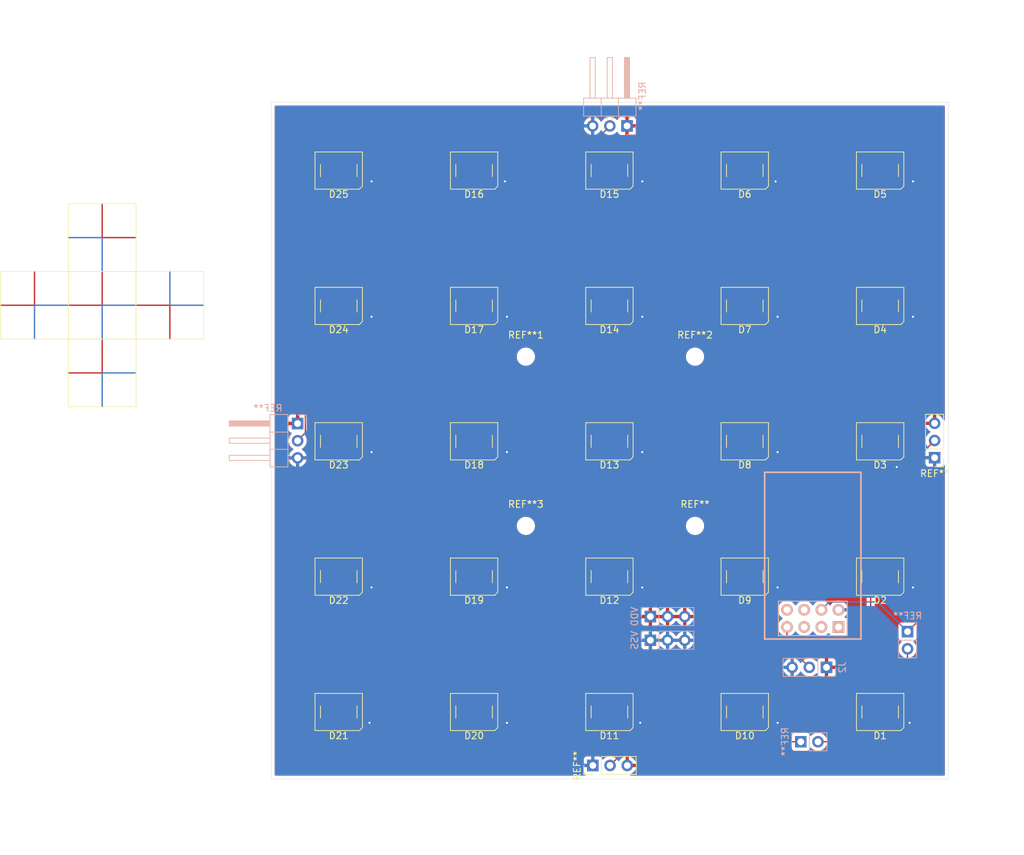
<source format=kicad_pcb>
(kicad_pcb (version 20241229) (generator "pcbnew") (generator_version "9.0")
  (layers (0 "F.Cu" signal) (2 "B.Cu" signal) (13 "F.Paste" user) (15 "B.Paste" user) (5 "F.SilkS" user "F.Silkscreen") (7 "B.SilkS" user "B.Silkscreen") (1 "F.Mask" user) (3 "B.Mask" user) (25 "Edge.Cuts" user))
  (net 0 "")
  (net 1 "Net-(D1-VDD)")
  (net 2 "Net-(D1-DIN)")
  (net 3 "Net-(D1-VSS)")
  (net 4 "Net-(D10-DIN)")
  (net 5 "Net-(D1-DOUT)")
  (net 6 "Net-(D2-DOUT)")
  (net 7 "Net-(D3-DOUT)")
  (net 8 "Net-(D4-DOUT)")
  (net 9 "Net-(D5-DOUT)")
  (net 10 "Net-(D6-DOUT)")
  (net 11 "Net-(D7-DOUT)")
  (net 12 "Net-(D8-DOUT)")
  (net 13 "Net-(D10-DOUT)")
  (net 14 "Net-(D11-DOUT)")
  (net 15 "Net-(D12-DOUT)")
  (net 16 "Net-(D13-DOUT)")
  (net 17 "Net-(D14-DOUT)")
  (net 18 "Net-(D15-DOUT)")
  (net 19 "Net-(D16-DOUT)")
  (net 20 "Net-(D17-DOUT)")
  (net 21 "Net-(D18-DOUT)")
  (net 22 "Net-(D19-DOUT)")
  (net 23 "Net-(D20-DOUT)")
  (net 24 "Net-(D21-DOUT)")
  (net 25 "Net-(D22-DOUT)")
  (net 26 "Net-(D23-DOUT)")
  (net 27 "Net-(D24-DOUT)")
  (net 28 "unconnected-(D25-DOUT-Pad4)")
  (net 34 "Net-(J2-Pin_2)")
  (footprint "LED_SMD:LED_SK6812_PLCC4_5.0x5.0mm_P3.2mm" (layer "F.Cu") (at 219.95 120.1 180)
    (property "Reference" "D9" (at 0 -3.5 0) (layer "F.SilkS"))
    (property "Value" "SK6812")
    (pad "1" smd rect (at -2.45 -1.6) (size 1.5 1) (layers "F.Cu" "F.Mask" "F.Paste") (net 3 "Net-(D1-VSS)"))
    (pad "2" smd rect (at -2.45 1.6) (size 1.5 1) (layers "F.Cu" "F.Mask" "F.Paste") (net 12 "Net-(D8-DOUT)"))
    (pad "3" smd rect (at 2.45 1.6) (size 1.5 1) (layers "F.Cu" "F.Mask" "F.Paste") (net 1 "Net-(D1-VDD)"))
    (pad "4" smd rect (at 2.45 -1.6) (size 1.5 1) (layers "F.Cu" "F.Mask" "F.Paste") (net 4 "Net-(D10-DIN)"))
  )
  (footprint "LED_SMD:LED_SK6812_PLCC4_5.0x5.0mm_P3.2mm" (layer "F.Cu") (at 239.95 60.1 180)
    (property "Reference" "D5" (at 0 -3.5 0) (layer "F.SilkS"))
    (property "Value" "SK6812")
    (pad "1" smd rect (at -2.45 -1.6) (size 1.5 1) (layers "F.Cu" "F.Mask" "F.Paste") (net 3 "Net-(D1-VSS)"))
    (pad "2" smd rect (at -2.45 1.6) (size 1.5 1) (layers "F.Cu" "F.Mask" "F.Paste") (net 8 "Net-(D4-DOUT)"))
    (pad "3" smd rect (at 2.45 1.6) (size 1.5 1) (layers "F.Cu" "F.Mask" "F.Paste") (net 1 "Net-(D1-VDD)"))
    (pad "4" smd rect (at 2.45 -1.6) (size 1.5 1) (layers "F.Cu" "F.Mask" "F.Paste") (net 9 "Net-(D5-DOUT)"))
  )
  (footprint "LED_SMD:LED_SK6812_PLCC4_5.0x5.0mm_P3.2mm" (layer "F.Cu") (at 199.95 100.1 180)
    (property "Reference" "D13" (at 0 -3.5 0) (layer "F.SilkS"))
    (property "Value" "SK6812")
    (pad "1" smd rect (at -2.45 -1.6) (size 1.5 1) (layers "F.Cu" "F.Mask" "F.Paste") (net 3 "Net-(D1-VSS)"))
    (pad "2" smd rect (at -2.45 1.6) (size 1.5 1) (layers "F.Cu" "F.Mask" "F.Paste") (net 15 "Net-(D12-DOUT)"))
    (pad "3" smd rect (at 2.45 1.6) (size 1.5 1) (layers "F.Cu" "F.Mask" "F.Paste") (net 1 "Net-(D1-VDD)"))
    (pad "4" smd rect (at 2.45 -1.6) (size 1.5 1) (layers "F.Cu" "F.Mask" "F.Paste") (net 16 "Net-(D13-DOUT)"))
  )
  (footprint "MountingHole:MountingHole_2.2mm_M2" (layer "F.Cu") (at 187.6 112.6)
    (property "Reference" "REF**3" (at 0 -3.2 0) (layer "F.SilkS"))
    (property "Value" "MountingHole_2.2mm_M2")
    (pad "" np_thru_hole circle (at 0 0) (size 2.2 2.2) (drill 2.2) (layers "*.Cu" "*.Mask"))
  )
  (footprint "Connector_PinHeader_2.54mm:PinHeader_1x03_P2.54mm_Vertical" (layer "F.Cu") (at 248 102.525 180)
    (property "Reference" "REF**" (at 0 -2.33 0) (layer "F.SilkS"))
    (property "Value" "PinHeader_1x03_P2.54mm_Vertical")
    (pad "1" thru_hole rect (at 0 0 180) (size 1.7 1.7) (drill 1) (layers "*.Cu" "*.Mask") (net 3 "Net-(D1-VSS)"))
    (pad "2" thru_hole oval (at 0 2.54 180) (size 1.7 1.7) (drill 1) (layers "*.Cu" "*.Mask") (net 2 "Net-(D1-DIN)"))
    (pad "3" thru_hole oval (at 0 5.08 180) (size 1.7 1.7) (drill 1) (layers "*.Cu" "*.Mask") (net 1 "Net-(D1-VDD)"))
  )
  (footprint "LED_SMD:LED_SK6812_PLCC4_5.0x5.0mm_P3.2mm" (layer "F.Cu") (at 179.95 120.1 180)
    (property "Reference" "D19" (at 0 -3.5 0) (layer "F.SilkS"))
    (property "Value" "SK6812")
    (pad "1" smd rect (at -2.45 -1.6) (size 1.5 1) (layers "F.Cu" "F.Mask" "F.Paste") (net 3 "Net-(D1-VSS)"))
    (pad "2" smd rect (at -2.45 1.6) (size 1.5 1) (layers "F.Cu" "F.Mask" "F.Paste") (net 21 "Net-(D18-DOUT)"))
    (pad "3" smd rect (at 2.45 1.6) (size 1.5 1) (layers "F.Cu" "F.Mask" "F.Paste") (net 1 "Net-(D1-VDD)"))
    (pad "4" smd rect (at 2.45 -1.6) (size 1.5 1) (layers "F.Cu" "F.Mask" "F.Paste") (net 22 "Net-(D19-DOUT)"))
  )
  (footprint "LED_SMD:LED_SK6812_PLCC4_5.0x5.0mm_P3.2mm" (layer "F.Cu") (at 179.95 60.1 180)
    (property "Reference" "D16" (at 0 -3.5 0) (layer "F.SilkS"))
    (property "Value" "SK6812")
    (pad "1" smd rect (at -2.45 -1.6) (size 1.5 1) (layers "F.Cu" "F.Mask" "F.Paste") (net 3 "Net-(D1-VSS)"))
    (pad "2" smd rect (at -2.45 1.6) (size 1.5 1) (layers "F.Cu" "F.Mask" "F.Paste") (net 18 "Net-(D15-DOUT)"))
    (pad "3" smd rect (at 2.45 1.6) (size 1.5 1) (layers "F.Cu" "F.Mask" "F.Paste") (net 1 "Net-(D1-VDD)"))
    (pad "4" smd rect (at 2.45 -1.6) (size 1.5 1) (layers "F.Cu" "F.Mask" "F.Paste") (net 19 "Net-(D16-DOUT)"))
  )
  (footprint "LED_SMD:LED_SK6812_PLCC4_5.0x5.0mm_P3.2mm" (layer "F.Cu") (at 199.95 120.1 180)
    (property "Reference" "D12" (at 0 -3.5 0) (layer "F.SilkS"))
    (property "Value" "SK6812")
    (pad "1" smd rect (at -2.45 -1.6) (size 1.5 1) (layers "F.Cu" "F.Mask" "F.Paste") (net 3 "Net-(D1-VSS)"))
    (pad "2" smd rect (at -2.45 1.6) (size 1.5 1) (layers "F.Cu" "F.Mask" "F.Paste") (net 14 "Net-(D11-DOUT)"))
    (pad "3" smd rect (at 2.45 1.6) (size 1.5 1) (layers "F.Cu" "F.Mask" "F.Paste") (net 1 "Net-(D1-VDD)"))
    (pad "4" smd rect (at 2.45 -1.6) (size 1.5 1) (layers "F.Cu" "F.Mask" "F.Paste") (net 15 "Net-(D12-DOUT)"))
  )
  (footprint "MountingHole:MountingHole_2.2mm_M2" (layer "F.Cu") (at 212.6 87.6)
    (property "Reference" "REF**2" (at 0 -3.2 0) (layer "F.SilkS"))
    (property "Value" "MountingHole_2.2mm_M2")
    (pad "" np_thru_hole circle (at 0 0) (size 2.2 2.2) (drill 2.2) (layers "*.Cu" "*.Mask"))
  )
  (footprint "LED_SMD:LED_SK6812_PLCC4_5.0x5.0mm_P3.2mm" (layer "F.Cu") (at 239.95 120.1 180)
    (property "Reference" "D2" (at 0 -3.5 0) (layer "F.SilkS"))
    (property "Value" "SK6812")
    (pad "1" smd rect (at -2.45 -1.6) (size 1.5 1) (layers "F.Cu" "F.Mask" "F.Paste") (net 3 "Net-(D1-VSS)"))
    (pad "2" smd rect (at -2.45 1.6) (size 1.5 1) (layers "F.Cu" "F.Mask" "F.Paste") (net 5 "Net-(D1-DOUT)"))
    (pad "3" smd rect (at 2.45 1.6) (size 1.5 1) (layers "F.Cu" "F.Mask" "F.Paste") (net 1 "Net-(D1-VDD)"))
    (pad "4" smd rect (at 2.45 -1.6) (size 1.5 1) (layers "F.Cu" "F.Mask" "F.Paste") (net 6 "Net-(D2-DOUT)"))
  )
  (footprint "LED_SMD:LED_SK6812_PLCC4_5.0x5.0mm_P3.2mm" (layer "F.Cu") (at 219.95 100.1 180)
    (property "Reference" "D8" (at 0 -3.5 0) (layer "F.SilkS"))
    (property "Value" "SK6812")
    (pad "1" smd rect (at -2.45 -1.6) (size 1.5 1) (layers "F.Cu" "F.Mask" "F.Paste") (net 3 "Net-(D1-VSS)"))
    (pad "2" smd rect (at -2.45 1.6) (size 1.5 1) (layers "F.Cu" "F.Mask" "F.Paste") (net 11 "Net-(D7-DOUT)"))
    (pad "3" smd rect (at 2.45 1.6) (size 1.5 1) (layers "F.Cu" "F.Mask" "F.Paste") (net 1 "Net-(D1-VDD)"))
    (pad "4" smd rect (at 2.45 -1.6) (size 1.5 1) (layers "F.Cu" "F.Mask" "F.Paste") (net 12 "Net-(D8-DOUT)"))
  )
  (footprint "MountingHole:MountingHole_2.2mm_M2" (layer "F.Cu") (at 212.6 112.6)
    (property "Reference" "REF**" (at 0 -3.2 0) (layer "F.SilkS"))
    (property "Value" "MountingHole_2.2mm_M2")
    (pad "" np_thru_hole circle (at 0 0) (size 2.2 2.2) (drill 2.2) (layers "*.Cu" "*.Mask"))
  )
  (footprint "LED_SMD:LED_SK6812_PLCC4_5.0x5.0mm_P3.2mm" (layer "F.Cu") (at 199.95 140.1 180)
    (property "Reference" "D11" (at 0 -3.5 0) (layer "F.SilkS"))
    (property "Value" "SK6812")
    (pad "1" smd rect (at -2.45 -1.6) (size 1.5 1) (layers "F.Cu" "F.Mask" "F.Paste") (net 3 "Net-(D1-VSS)"))
    (pad "2" smd rect (at -2.45 1.6) (size 1.5 1) (layers "F.Cu" "F.Mask" "F.Paste") (net 13 "Net-(D10-DOUT)"))
    (pad "3" smd rect (at 2.45 1.6) (size 1.5 1) (layers "F.Cu" "F.Mask" "F.Paste") (net 1 "Net-(D1-VDD)"))
    (pad "4" smd rect (at 2.45 -1.6) (size 1.5 1) (layers "F.Cu" "F.Mask" "F.Paste") (net 14 "Net-(D11-DOUT)"))
  )
  (footprint "LED_SMD:LED_SK6812_PLCC4_5.0x5.0mm_P3.2mm" (layer "F.Cu") (at 159.95 60.1 180)
    (property "Reference" "D25" (at 0 -3.5 0) (layer "F.SilkS"))
    (property "Value" "SK6812")
    (pad "1" smd rect (at -2.45 -1.6) (size 1.5 1) (layers "F.Cu" "F.Mask" "F.Paste") (net 3 "Net-(D1-VSS)"))
    (pad "2" smd rect (at -2.45 1.6) (size 1.5 1) (layers "F.Cu" "F.Mask" "F.Paste") (net 27 "Net-(D24-DOUT)"))
    (pad "3" smd rect (at 2.45 1.6) (size 1.5 1) (layers "F.Cu" "F.Mask" "F.Paste") (net 1 "Net-(D1-VDD)"))
    (pad "4" smd rect (at 2.45 -1.6) (size 1.5 1) (layers "F.Cu" "F.Mask" "F.Paste") (net 28 "unconnected-(D25-DOUT-Pad4)"))
  )
  (footprint "LED_SMD:LED_SK6812_PLCC4_5.0x5.0mm_P3.2mm" (layer "F.Cu") (at 159.95 140.1 180)
    (property "Reference" "D21" (at 0 -3.5 0) (layer "F.SilkS"))
    (property "Value" "SK6812")
    (pad "1" smd rect (at -2.45 -1.6) (size 1.5 1) (layers "F.Cu" "F.Mask" "F.Paste") (net 3 "Net-(D1-VSS)"))
    (pad "2" smd rect (at -2.45 1.6) (size 1.5 1) (layers "F.Cu" "F.Mask" "F.Paste") (net 23 "Net-(D20-DOUT)"))
    (pad "3" smd rect (at 2.45 1.6) (size 1.5 1) (layers "F.Cu" "F.Mask" "F.Paste") (net 1 "Net-(D1-VDD)"))
    (pad "4" smd rect (at 2.45 -1.6) (size 1.5 1) (layers "F.Cu" "F.Mask" "F.Paste") (net 24 "Net-(D21-DOUT)"))
  )
  (footprint "LED_SMD:LED_SK6812_PLCC4_5.0x5.0mm_P3.2mm" (layer "F.Cu") (at 219.95 140.1 180)
    (property "Reference" "D10" (at 0 -3.5 0) (layer "F.SilkS"))
    (property "Value" "SK6812")
    (pad "1" smd rect (at -2.45 -1.6) (size 1.5 1) (layers "F.Cu" "F.Mask" "F.Paste") (net 3 "Net-(D1-VSS)"))
    (pad "2" smd rect (at -2.45 1.6) (size 1.5 1) (layers "F.Cu" "F.Mask" "F.Paste") (net 4 "Net-(D10-DIN)"))
    (pad "3" smd rect (at 2.45 1.6) (size 1.5 1) (layers "F.Cu" "F.Mask" "F.Paste") (net 1 "Net-(D1-VDD)"))
    (pad "4" smd rect (at 2.45 -1.6) (size 1.5 1) (layers "F.Cu" "F.Mask" "F.Paste") (net 13 "Net-(D10-DOUT)"))
  )
  (footprint "LED_SMD:LED_SK6812_PLCC4_5.0x5.0mm_P3.2mm" (layer "F.Cu") (at 179.95 100.1 180)
    (property "Reference" "D18" (at 0 -3.5 0) (layer "F.SilkS"))
    (property "Value" "SK6812")
    (pad "1" smd rect (at -2.45 -1.6) (size 1.5 1) (layers "F.Cu" "F.Mask" "F.Paste") (net 3 "Net-(D1-VSS)"))
    (pad "2" smd rect (at -2.45 1.6) (size 1.5 1) (layers "F.Cu" "F.Mask" "F.Paste") (net 20 "Net-(D17-DOUT)"))
    (pad "3" smd rect (at 2.45 1.6) (size 1.5 1) (layers "F.Cu" "F.Mask" "F.Paste") (net 1 "Net-(D1-VDD)"))
    (pad "4" smd rect (at 2.45 -1.6) (size 1.5 1) (layers "F.Cu" "F.Mask" "F.Paste") (net 21 "Net-(D18-DOUT)"))
  )
  (footprint "LED_SMD:LED_SK6812_PLCC4_5.0x5.0mm_P3.2mm" (layer "F.Cu") (at 219.95 60.1 180)
    (property "Reference" "D6" (at 0 -3.5 0) (layer "F.SilkS"))
    (property "Value" "SK6812")
    (pad "1" smd rect (at -2.45 -1.6) (size 1.5 1) (layers "F.Cu" "F.Mask" "F.Paste") (net 3 "Net-(D1-VSS)"))
    (pad "2" smd rect (at -2.45 1.6) (size 1.5 1) (layers "F.Cu" "F.Mask" "F.Paste") (net 9 "Net-(D5-DOUT)"))
    (pad "3" smd rect (at 2.45 1.6) (size 1.5 1) (layers "F.Cu" "F.Mask" "F.Paste") (net 1 "Net-(D1-VDD)"))
    (pad "4" smd rect (at 2.45 -1.6) (size 1.5 1) (layers "F.Cu" "F.Mask" "F.Paste") (net 10 "Net-(D6-DOUT)"))
  )
  (footprint "Connector_PinHeader_2.54mm:PinHeader_1x03_P2.54mm_Vertical" (layer "F.Cu") (at 197.5 148 90)
    (property "Reference" "REF**" (at 0 -2.33 90) (layer "F.SilkS"))
    (property "Value" "PinHeader_1x03_P2.54mm_Vertical")
    (pad "1" thru_hole rect (at 0 0 90) (size 1.7 1.7) (drill 1) (layers "*.Cu" "*.Mask") (net 3 "Net-(D1-VSS)"))
    (pad "2" thru_hole oval (at 0 2.54 90) (size 1.7 1.7) (drill 1) (layers "*.Cu" "*.Mask") (net 2 "Net-(D1-DIN)"))
    (pad "3" thru_hole oval (at 0 5.08 90) (size 1.7 1.7) (drill 1) (layers "*.Cu" "*.Mask") (net 1 "Net-(D1-VDD)"))
  )
  (footprint "LED_SMD:LED_SK6812_PLCC4_5.0x5.0mm_P3.2mm" (layer "F.Cu") (at 159.95 120.1 180)
    (property "Reference" "D22" (at 0 -3.5 0) (layer "F.SilkS"))
    (property "Value" "SK6812")
    (pad "1" smd rect (at -2.45 -1.6) (size 1.5 1) (layers "F.Cu" "F.Mask" "F.Paste") (net 3 "Net-(D1-VSS)"))
    (pad "2" smd rect (at -2.45 1.6) (size 1.5 1) (layers "F.Cu" "F.Mask" "F.Paste") (net 24 "Net-(D21-DOUT)"))
    (pad "3" smd rect (at 2.45 1.6) (size 1.5 1) (layers "F.Cu" "F.Mask" "F.Paste") (net 1 "Net-(D1-VDD)"))
    (pad "4" smd rect (at 2.45 -1.6) (size 1.5 1) (layers "F.Cu" "F.Mask" "F.Paste") (net 25 "Net-(D22-DOUT)"))
  )
  (footprint "LED_SMD:LED_SK6812_PLCC4_5.0x5.0mm_P3.2mm" (layer "F.Cu") (at 199.95 60.1 180)
    (property "Reference" "D15" (at 0 -3.5 0) (layer "F.SilkS"))
    (property "Value" "SK6812")
    (pad "1" smd rect (at -2.45 -1.6) (size 1.5 1) (layers "F.Cu" "F.Mask" "F.Paste") (net 3 "Net-(D1-VSS)"))
    (pad "2" smd rect (at -2.45 1.6) (size 1.5 1) (layers "F.Cu" "F.Mask" "F.Paste") (net 17 "Net-(D14-DOUT)"))
    (pad "3" smd rect (at 2.45 1.6) (size 1.5 1) (layers "F.Cu" "F.Mask" "F.Paste") (net 1 "Net-(D1-VDD)"))
    (pad "4" smd rect (at 2.45 -1.6) (size 1.5 1) (layers "F.Cu" "F.Mask" "F.Paste") (net 18 "Net-(D15-DOUT)"))
  )
  (footprint "LED_SMD:LED_SK6812_PLCC4_5.0x5.0mm_P3.2mm" (layer "F.Cu") (at 199.95 80.1 180)
    (property "Reference" "D14" (at 0 -3.5 0) (layer "F.SilkS"))
    (property "Value" "SK6812")
    (pad "1" smd rect (at -2.45 -1.6) (size 1.5 1) (layers "F.Cu" "F.Mask" "F.Paste") (net 3 "Net-(D1-VSS)"))
    (pad "2" smd rect (at -2.45 1.6) (size 1.5 1) (layers "F.Cu" "F.Mask" "F.Paste") (net 16 "Net-(D13-DOUT)"))
    (pad "3" smd rect (at 2.45 1.6) (size 1.5 1) (layers "F.Cu" "F.Mask" "F.Paste") (net 1 "Net-(D1-VDD)"))
    (pad "4" smd rect (at 2.45 -1.6) (size 1.5 1) (layers "F.Cu" "F.Mask" "F.Paste") (net 17 "Net-(D14-DOUT)"))
  )
  (footprint "LED_SMD:LED_SK6812_PLCC4_5.0x5.0mm_P3.2mm" (layer "F.Cu") (at 239.95 80.1 180)
    (property "Reference" "D4" (at 0 -3.5 0) (layer "F.SilkS"))
    (property "Value" "SK6812")
    (pad "1" smd rect (at -2.45 -1.6) (size 1.5 1) (layers "F.Cu" "F.Mask" "F.Paste") (net 3 "Net-(D1-VSS)"))
    (pad "2" smd rect (at -2.45 1.6) (size 1.5 1) (layers "F.Cu" "F.Mask" "F.Paste") (net 7 "Net-(D3-DOUT)"))
    (pad "3" smd rect (at 2.45 1.6) (size 1.5 1) (layers "F.Cu" "F.Mask" "F.Paste") (net 1 "Net-(D1-VDD)"))
    (pad "4" smd rect (at 2.45 -1.6) (size 1.5 1) (layers "F.Cu" "F.Mask" "F.Paste") (net 8 "Net-(D4-DOUT)"))
  )
  (footprint "MountingHole:MountingHole_2.2mm_M2" (layer "F.Cu") (at 187.6 87.6)
    (property "Reference" "REF**1" (at 0 -3.2 0) (layer "F.SilkS"))
    (property "Value" "MountingHole_2.2mm_M2")
    (pad "" np_thru_hole circle (at 0 0) (size 2.2 2.2) (drill 2.2) (layers "*.Cu" "*.Mask"))
  )
  (footprint "LED_SMD:LED_SK6812_PLCC4_5.0x5.0mm_P3.2mm" (layer "F.Cu") (at 239.95 140.1 180)
    (property "Reference" "D1" (at 0 -3.5 0) (layer "F.SilkS"))
    (property "Value" "SK6812")
    (pad "1" smd rect (at -2.45 -1.6) (size 1.5 1) (layers "F.Cu" "F.Mask" "F.Paste") (net 3 "Net-(D1-VSS)"))
    (pad "2" smd rect (at -2.45 1.6) (size 1.5 1) (layers "F.Cu" "F.Mask" "F.Paste") (net 2 "Net-(D1-DIN)"))
    (pad "3" smd rect (at 2.45 1.6) (size 1.5 1) (layers "F.Cu" "F.Mask" "F.Paste") (net 1 "Net-(D1-VDD)"))
    (pad "4" smd rect (at 2.45 -1.6) (size 1.5 1) (layers "F.Cu" "F.Mask" "F.Paste") (net 5 "Net-(D1-DOUT)"))
  )
  (footprint "LED_SMD:LED_SK6812_PLCC4_5.0x5.0mm_P3.2mm" (layer "F.Cu") (at 179.95 140.1 180)
    (property "Reference" "D20" (at 0 -3.5 0) (layer "F.SilkS"))
    (property "Value" "SK6812")
    (pad "1" smd rect (at -2.45 -1.6) (size 1.5 1) (layers "F.Cu" "F.Mask" "F.Paste") (net 3 "Net-(D1-VSS)"))
    (pad "2" smd rect (at -2.45 1.6) (size 1.5 1) (layers "F.Cu" "F.Mask" "F.Paste") (net 22 "Net-(D19-DOUT)"))
    (pad "3" smd rect (at 2.45 1.6) (size 1.5 1) (layers "F.Cu" "F.Mask" "F.Paste") (net 1 "Net-(D1-VDD)"))
    (pad "4" smd rect (at 2.45 -1.6) (size 1.5 1) (layers "F.Cu" "F.Mask" "F.Paste") (net 23 "Net-(D20-DOUT)"))
  )
  (footprint "LED_SMD:LED_SK6812_PLCC4_5.0x5.0mm_P3.2mm" (layer "F.Cu") (at 179.95 80.1 180)
    (property "Reference" "D17" (at 0 -3.5 0) (layer "F.SilkS"))
    (property "Value" "SK6812")
    (pad "1" smd rect (at -2.45 -1.6) (size 1.5 1) (layers "F.Cu" "F.Mask" "F.Paste") (net 3 "Net-(D1-VSS)"))
    (pad "2" smd rect (at -2.45 1.6) (size 1.5 1) (layers "F.Cu" "F.Mask" "F.Paste") (net 19 "Net-(D16-DOUT)"))
    (pad "3" smd rect (at 2.45 1.6) (size 1.5 1) (layers "F.Cu" "F.Mask" "F.Paste") (net 1 "Net-(D1-VDD)"))
    (pad "4" smd rect (at 2.45 -1.6) (size 1.5 1) (layers "F.Cu" "F.Mask" "F.Paste") (net 20 "Net-(D17-DOUT)"))
  )
  (footprint "LED_SMD:LED_SK6812_PLCC4_5.0x5.0mm_P3.2mm" (layer "F.Cu") (at 159.95 100.1 180)
    (property "Reference" "D23" (at 0 -3.5 0) (layer "F.SilkS"))
    (property "Value" "SK6812")
    (pad "1" smd rect (at -2.45 -1.6) (size 1.5 1) (layers "F.Cu" "F.Mask" "F.Paste") (net 3 "Net-(D1-VSS)"))
    (pad "2" smd rect (at -2.45 1.6) (size 1.5 1) (layers "F.Cu" "F.Mask" "F.Paste") (net 25 "Net-(D22-DOUT)"))
    (pad "3" smd rect (at 2.45 1.6) (size 1.5 1) (layers "F.Cu" "F.Mask" "F.Paste") (net 1 "Net-(D1-VDD)"))
    (pad "4" smd rect (at 2.45 -1.6) (size 1.5 1) (layers "F.Cu" "F.Mask" "F.Paste") (net 26 "Net-(D23-DOUT)"))
  )
  (footprint "LED_SMD:LED_SK6812_PLCC4_5.0x5.0mm_P3.2mm" (layer "F.Cu") (at 239.95 100.1 180)
    (property "Reference" "D3" (at 0 -3.5 0) (layer "F.SilkS"))
    (property "Value" "SK6812")
    (pad "1" smd rect (at -2.45 -1.6) (size 1.5 1) (layers "F.Cu" "F.Mask" "F.Paste") (net 3 "Net-(D1-VSS)"))
    (pad "2" smd rect (at -2.45 1.6) (size 1.5 1) (layers "F.Cu" "F.Mask" "F.Paste") (net 6 "Net-(D2-DOUT)"))
    (pad "3" smd rect (at 2.45 1.6) (size 1.5 1) (layers "F.Cu" "F.Mask" "F.Paste") (net 1 "Net-(D1-VDD)"))
    (pad "4" smd rect (at 2.45 -1.6) (size 1.5 1) (layers "F.Cu" "F.Mask" "F.Paste") (net 7 "Net-(D3-DOUT)"))
  )
  (footprint "LED_SMD:LED_SK6812_PLCC4_5.0x5.0mm_P3.2mm" (layer "F.Cu") (at 219.95 80.1 180)
    (property "Reference" "D7" (at 0 -3.5 0) (layer "F.SilkS"))
    (property "Value" "SK6812")
    (pad "1" smd rect (at -2.45 -1.6) (size 1.5 1) (layers "F.Cu" "F.Mask" "F.Paste") (net 3 "Net-(D1-VSS)"))
    (pad "2" smd rect (at -2.45 1.6) (size 1.5 1) (layers "F.Cu" "F.Mask" "F.Paste") (net 10 "Net-(D6-DOUT)"))
    (pad "3" smd rect (at 2.45 1.6) (size 1.5 1) (layers "F.Cu" "F.Mask" "F.Paste") (net 1 "Net-(D1-VDD)"))
    (pad "4" smd rect (at 2.45 -1.6) (size 1.5 1) (layers "F.Cu" "F.Mask" "F.Paste") (net 11 "Net-(D7-DOUT)"))
  )
  (footprint "LED_SMD:LED_SK6812_PLCC4_5.0x5.0mm_P3.2mm" (layer "F.Cu") (at 159.95 80.1 180)
    (property "Reference" "D24" (at 0 -3.5 0) (layer "F.SilkS"))
    (property "Value" "SK6812")
    (pad "1" smd rect (at -2.45 -1.6) (size 1.5 1) (layers "F.Cu" "F.Mask" "F.Paste") (net 3 "Net-(D1-VSS)"))
    (pad "2" smd rect (at -2.45 1.6) (size 1.5 1) (layers "F.Cu" "F.Mask" "F.Paste") (net 26 "Net-(D23-DOUT)"))
    (pad "3" smd rect (at 2.45 1.6) (size 1.5 1) (layers "F.Cu" "F.Mask" "F.Paste") (net 1 "Net-(D1-VDD)"))
    (pad "4" smd rect (at 2.45 -1.6) (size 1.5 1) (layers "F.Cu" "F.Mask" "F.Paste") (net 27 "Net-(D24-DOUT)"))
  )
  (footprint "Connector_PinHeader_2.54mm:PinHeader_1x03_P2.54mm_Horizontal" (layer "B.Cu") (at 153.875 97.475 180)
    (property "Reference" "REF**" (at 4.385 2.27 0) (layer "B.SilkS") (effects (justify mirror)))
    (property "Value" "PinHeader_1x03_P2.54mm_Horizontal")
    (pad "1" thru_hole rect (at 0 0 180) (size 1.7 1.7) (drill 1) (layers "*.Cu" "*.Mask") (net 1 "Net-(D1-VDD)"))
    (pad "2" thru_hole oval (at 0 -2.54 180) (size 1.7 1.7) (drill 1) (layers "*.Cu" "*.Mask") (net 28 "unconnected-(D25-DOUT-Pad4)"))
    (pad "3" thru_hole oval (at 0 -5.08 180) (size 1.7 1.7) (drill 1) (layers "*.Cu" "*.Mask") (net 3 "Net-(D1-VSS)"))
  )
  (footprint "ESP8266:ESP-01" (layer "B.Cu") (at 233.81 127.541 90)
    (property "Reference" "U1" (hide yes))
    (property "Value" "ESP-01v090")
    (pad "1" thru_hole rect (at 0 0 90) (size 1.7272 1.7272) (drill 1.016) (layers "*.Cu" "*.Mask" "B.SilkS"))
    (pad "2" thru_hole oval (at 2.54 0 90) (size 1.7272 1.7272) (drill 1.016) (layers "*.Cu" "*.Mask" "B.SilkS") (net 3 "Net-(D1-VSS)"))
    (pad "3" thru_hole oval (at 0 -2.54 90) (size 1.7272 1.7272) (drill 1.016) (layers "*.Cu" "*.Mask" "B.SilkS"))
    (pad "4" thru_hole oval (at 2.54 -2.54 90) (size 1.7272 1.7272) (drill 1.016) (layers "*.Cu" "*.Mask" "B.SilkS") (net 2 "Net-(D1-DIN)"))
    (pad "5" thru_hole oval (at 0 -5.08 90) (size 1.7272 1.7272) (drill 1.016) (layers "*.Cu" "*.Mask" "B.SilkS"))
    (pad "6" thru_hole oval (at 2.54 -5.08 90) (size 1.7272 1.7272) (drill 1.016) (layers "*.Cu" "*.Mask" "B.SilkS"))
    (pad "7" thru_hole oval (at 0 -7.62 90) (size 1.7272 1.7272) (drill 1.016) (layers "*.Cu" "*.Mask" "B.SilkS") (net 34 "Net-(J2-Pin_2)"))
    (pad "8" thru_hole oval (at 2.54 -7.62 90) (size 1.7272 1.7272) (drill 1.016) (layers "*.Cu" "*.Mask" "B.SilkS"))
  )
  (footprint "Connector_PinHeader_2.54mm:PinHeader_1x03_P2.54mm_Vertical" (layer "B.Cu") (at 206 129.5 -90)
    (property "Reference" "VSS" (at 0 2.33 90) (layer "B.SilkS") (effects (justify mirror)))
    (property "Value" "PinHeader_1x03_P2.54mm_Vertical")
    (pad "1" thru_hole rect (at 0 0 270) (size 1.7 1.7) (drill 1) (layers "*.Cu" "*.Mask") (net 3 "Net-(D1-VSS)"))
    (pad "2" thru_hole oval (at 0 -2.54 270) (size 1.7 1.7) (drill 1) (layers "*.Cu" "*.Mask") (net 3 "Net-(D1-VSS)"))
    (pad "3" thru_hole oval (at 0 -5.08 270) (size 1.7 1.7) (drill 1) (layers "*.Cu" "*.Mask") (net 3 "Net-(D1-VSS)"))
  )
  (footprint "Connector_PinHeader_2.54mm:PinHeader_1x03_P2.54mm_Horizontal" (layer "B.Cu") (at 202.55 53.5 90)
    (property "Reference" "REF**" (at 4.385 2.27 90) (layer "B.SilkS") (effects (justify mirror)))
    (property "Value" "PinHeader_1x03_P2.54mm_Horizontal")
    (pad "1" thru_hole rect (at 0 0 90) (size 1.7 1.7) (drill 1) (layers "*.Cu" "*.Mask") (net 1 "Net-(D1-VDD)"))
    (pad "2" thru_hole oval (at 0 -2.54 90) (size 1.7 1.7) (drill 1) (layers "*.Cu" "*.Mask") (net 28 "unconnected-(D25-DOUT-Pad4)"))
    (pad "3" thru_hole oval (at 0 -5.08 90) (size 1.7 1.7) (drill 1) (layers "*.Cu" "*.Mask") (net 3 "Net-(D1-VSS)"))
  )
  (footprint "Connector_PinHeader_2.54mm:PinHeader_1x02_P2.54mm_Vertical" (layer "B.Cu") (at 228.225 144.5 -90)
    (property "Reference" "REF**" (at 0 2.33 90) (layer "B.SilkS") (effects (justify mirror)))
    (property "Value" "PinHeader_1x02_P2.54mm_Vertical")
    (pad "1" thru_hole rect (at 0 0 270) (size 1.7 1.7) (drill 1) (layers "*.Cu" "*.Mask") (net 2 "Net-(D1-DIN)"))
    (pad "2" thru_hole oval (at 0 -2.54 270) (size 1.7 1.7) (drill 1) (layers "*.Cu" "*.Mask") (net 2 "Net-(D1-DIN)"))
  )
  (footprint "Connector_PinHeader_2.54mm:PinHeader_1x02_P2.54mm_Vertical" (layer "B.Cu") (at 244 128.225 180)
    (property "Reference" "REF**" (at 0 2.33 180) (layer "B.SilkS") (effects (justify mirror)))
    (property "Value" "PinHeader_1x02_P2.54mm_Vertical")
    (pad "1" thru_hole rect (at 0 0 180) (size 1.7 1.7) (drill 1) (layers "*.Cu" "*.Mask") (net 2 "Net-(D1-DIN)"))
    (pad "2" thru_hole oval (at 0 -2.54 180) (size 1.7 1.7) (drill 1) (layers "*.Cu" "*.Mask") (net 2 "Net-(D1-DIN)"))
  )
  (footprint "Connector_PinHeader_2.54mm:PinHeader_1x03_P2.54mm_Vertical" (layer "B.Cu") (at 232.025 133.5 90)
    (property "Reference" "J2" (at 0 2.33 90) (layer "B.SilkS") (effects (justify mirror)))
    (property "Value" "Conn_01x03_Pin")
    (pad "1" thru_hole rect (at 0 0 90) (size 1.7 1.7) (drill 1) (layers "*.Cu" "*.Mask") (net 1 "Net-(D1-VDD)"))
    (pad "2" thru_hole oval (at 0 -2.54 90) (size 1.7 1.7) (drill 1) (layers "*.Cu" "*.Mask") (net 34 "Net-(J2-Pin_2)"))
    (pad "3" thru_hole oval (at 0 -5.08 90) (size 1.7 1.7) (drill 1) (layers "*.Cu" "*.Mask") (net 3 "Net-(D1-VSS)"))
  )
  (footprint "Connector_PinHeader_2.54mm:PinHeader_1x03_P2.54mm_Vertical" (layer "B.Cu") (at 206 126 -90)
    (property "Reference" "VDD" (at 0 2.33 90) (layer "B.SilkS") (effects (justify mirror)))
    (property "Value" "PinHeader_1x03_P2.54mm_Vertical")
    (pad "1" thru_hole rect (at 0 0 270) (size 1.7 1.7) (drill 1) (layers "*.Cu" "*.Mask") (net 1 "Net-(D1-VDD)"))
    (pad "2" thru_hole oval (at 0 -2.54 270) (size 1.7 1.7) (drill 1) (layers "*.Cu" "*.Mask") (net 1 "Net-(D1-VDD)"))
    (pad "3" thru_hole oval (at 0 -5.08 270) (size 1.7 1.7) (drill 1) (layers "*.Cu" "*.Mask") (net 1 "Net-(D1-VDD)"))
  )
  (gr_rect (start 120 65) (end 130 75) (stroke (width 0.1)) (fill no) (layer "F.SilkS"))
  (gr_rect (start 120 75) (end 130 85) (stroke (width 0.1)) (fill no) (layer "F.SilkS"))
  (gr_rect (start 120 85) (end 130 95) (stroke (width 0.1)) (fill no) (layer "F.SilkS"))
  (gr_rect (start 130 75) (end 140 85) (stroke (width 0.1)) (fill no) (layer "F.SilkS"))
  (gr_rect (start 110 75) (end 120 85) (stroke (width 0.1)) (fill no) (layer "F.SilkS"))
  (gr_rect (start 150 50) (end 250 150) (stroke (width 0.05)) (fill no) (layer "Edge.Cuts"))
  (segment (start 120 90) (end 125 90) (width 0.2) (layer "F.Cu") (net 0))
  (segment (start 125 90) (end 125 85) (width 0.2) (layer "F.Cu") (net 0))
  (segment (start 120 80) (end 125 80) (width 0.2) (layer "F.Cu") (net 0))
  (segment (start 125 80) (end 125 75) (width 0.2) (layer "F.Cu") (net 0))
  (segment (start 125 70) (end 130 70) (width 0.2) (layer "F.Cu") (net 0))
  (segment (start 135 80) (end 130 80) (width 0.2) (layer "F.Cu") (net 0))
  (segment (start 110 80) (end 115 80) (width 0.2) (layer "F.Cu") (net 0))
  (segment (start 115 80) (end 115 75) (width 0.2) (layer "F.Cu") (net 0))
  (segment (start 125 65) (end 125 70) (width 0.2) (layer "F.Cu") (net 0))
  (segment (start 135 85) (end 135 80) (width 0.2) (layer "F.Cu") (net 0))
  (segment (start 125 85) (end 125 80) (width 0.2) (layer "B.Cu") (net 0))
  (segment (start 140 80) (end 135 80) (width 0.2) (layer "B.Cu") (net 0))
  (segment (start 125 70) (end 125 75) (width 0.2) (layer "B.Cu") (net 0))
  (segment (start 125 90) (end 130 90) (width 0.2) (layer "B.Cu") (net 0))
  (segment (start 115 80) (end 120 80) (width 0.2) (layer "B.Cu") (net 0))
  (segment (start 125 80) (end 130 80) (width 0.2) (layer "B.Cu") (net 0))
  (segment (start 125 95) (end 125 90) (width 0.2) (layer "B.Cu") (net 0))
  (segment (start 115 85) (end 115 80) (width 0.2) (layer "B.Cu") (net 0))
  (segment (start 135 80) (end 135 75) (width 0.2) (layer "B.Cu") (net 0))
  (segment (start 120 70) (end 125 70) (width 0.2) (layer "B.Cu") (net 0))
  (segment (start 200.04 148) (end 203.54 144.5) (width 0.2) (layer "F.Cu") (net 2))
  (segment (start 244 136.9) (end 242.4 138.5) (width 0.2) (layer "F.Cu") (net 2))
  (segment (start 246.5 125.735) (end 246.5 116.5) (width 0.2) (layer "F.Cu") (net 2))
  (segment (start 244 130.775) (end 244 136.9) (width 0.2) (layer "F.Cu") (net 2))
  (segment (start 244.5 103.485) (end 248 99.985) (width 0.2) (layer "F.Cu") (net 2))
  (segment (start 242.4 138.652) (end 242.4 138.5) (width 0.2) (layer "F.Cu") (net 2))
  (segment (start 246.5 116.5) (end 244.5 114.5) (width 0.2) (layer "F.Cu") (net 2))
  (segment (start 244.5 114.5) (end 244.5 103.485) (width 0.2) (layer "F.Cu") (net 2))
  (segment (start 230.765 144.5) (end 236.552 144.5) (width 0.2) (layer "F.Cu") (net 2))
  (segment (start 203.54 144.5) (end 228.225 144.5) (width 0.2) (layer "F.Cu") (net 2))
  (segment (start 244 128.235) (end 246.5 125.735) (width 0.2) (layer "F.Cu") (net 2))
  (segment (start 236.552 144.5) (end 242.4 138.652) (width 0.2) (layer "F.Cu") (net 2))
  (segment (start 231.27 125.001) (end 232.4346 123.8364) (width 0.2) (layer "B.Cu") (net 2))
  (segment (start 239.6014 123.8364) (end 244 128.235) (width 0.2) (layer "B.Cu") (net 2))
  (segment (start 232.4346 123.8364) (end 239.6014 123.8364) (width 0.2) (layer "B.Cu") (net 2))
  (segment (start 242.4 141.7) (end 244.3 141.7) (width 0.2) (layer "F.Cu") (net 3))
  (segment (start 204.5 141.7) (end 204.7 141.7) (width 0.2) (layer "F.Cu") (net 3))
  (segment (start 222.4 81.7) (end 224.8 81.7) (width 0.2) (layer "F.Cu") (net 3))
  (segment (start 222.4 141.7) (end 224.8 141.7) (width 0.2) (layer "F.Cu") (net 3))
  (segment (start 182.4 81.7) (end 184.8 81.7) (width 0.2) (layer "F.Cu") (net 3))
  (segment (start 182.4 141.7) (end 184.8 141.7) (width 0.2) (layer "F.Cu") (net 3))
  (segment (start 222.4 121.7) (end 224.8 121.7) (width 0.2) (layer "F.Cu") (net 3))
  (segment (start 222.4 101.7) (end 224.8 101.7) (width 0.2) (layer "F.Cu") (net 3))
  (segment (start 164.5 141.7) (end 164.7 141.7) (width 0.2) (layer "F.Cu") (net 3))
  (segment (start 202.4 141.7) (end 204.5 141.7) (width 0.2) (layer "F.Cu") (net 3))
  (segment (start 162.4 121.7) (end 164.8 121.7) (width 0.2) (layer "F.Cu") (net 3))
  (segment (start 184.5 61.7) (end 184.7 61.7) (width 0.2) (layer "F.Cu") (net 3))
  (segment (start 202.4 101.7) (end 204.8 101.7) (width 0.2) (layer "F.Cu") (net 3))
  (segment (start 222.4 61.7) (end 224.5 61.7) (width 0.2) (layer "F.Cu") (net 3))
  (segment (start 182.4 101.7) (end 184.8 101.7) (width 0.2) (layer "F.Cu") (net 3))
  (segment (start 224.5 61.7) (end 224.7 61.7) (width 0.2) (layer "F.Cu") (net 3))
  (segment (start 162.4 141.7) (end 164.5 141.7) (width 0.2) (layer "F.Cu") (net 3))
  (segment (start 242.4 101.7) (end 242.4 103.9) (width 0.2) (layer "F.Cu") (net 3))
  (segment (start 202.4 81.7) (end 204.8 81.7) (width 0.2) (layer "F.Cu") (net 3))
  (segment (start 182.4 121.7) (end 184.8 121.7) (width 0.2) (layer "F.Cu") (net 3))
  (segment (start 242.4 121.7) (end 244.8 121.7) (width 0.2) (layer "F.Cu") (net 3))
  (segment (start 242.4 61.7) (end 244.8 61.7) (width 0.2) (layer "F.Cu") (net 3))
  (segment (start 202.4 61.7) (end 204.8 61.7) (width 0.2) (layer "F.Cu") (net 3))
  (segment (start 202.4 121.7) (end 204.8 121.7) (width 0.2) (layer "F.Cu") (net 3))
  (segment (start 182.4 61.7) (end 184.5 61.7) (width 0.2) (layer "F.Cu") (net 3))
  (segment (start 162.4 101.7) (end 164.8 101.7) (width 0.2) (layer "F.Cu") (net 3))
  (segment (start 162.4 61.7) (end 164.8 61.7) (width 0.2) (layer "F.Cu") (net 3))
  (segment (start 162.4 81.7) (end 164.8 81.7) (width 0.2) (layer "F.Cu") (net 3))
  (segment (start 242.4 81.7) (end 244.8 81.7) (width 0.2) (layer "F.Cu") (net 3))
  (via (at 204.8 121.7) (size 0.6) (drill 0.3) (layers "F.Cu" "B.Cu") (net 3))
  (via (at 204.8 81.7) (size 0.6) (drill 0.3) (layers "F.Cu" "B.Cu") (net 3))
  (via (at 164.8 101.7) (size 0.6) (drill 0.3) (layers "F.Cu" "B.Cu") (net 3))
  (via (at 164.8 61.7) (size 0.6) (drill 0.3) (layers "F.Cu" "B.Cu") (net 3))
  (via (at 184.8 121.7) (size 0.6) (drill 0.3) (layers "F.Cu" "B.Cu") (net 3))
  (via (at 204.8 61.7) (size 0.6) (drill 0.3) (layers "F.Cu" "B.Cu") (net 3))
  (via (at 204.8 101.7) (size 0.6) (drill 0.3) (layers "F.Cu" "B.Cu") (net 3))
  (via (at 164.8 121.7) (size 0.6) (drill 0.3) (layers "F.Cu" "B.Cu") (net 3))
  (via (at 164.5 141.7) (size 0.6) (drill 0.3) (layers "F.Cu" "B.Cu") (net 3))
  (via (at 244.8 81.7) (size 0.6) (drill 0.3) (layers "F.Cu" "B.Cu") (net 3))
  (via (at 224.8 121.7) (size 0.6) (drill 0.3) (layers "F.Cu" "B.Cu") (net 3))
  (via (at 244.8 61.7) (size 0.6) (drill 0.3) (layers "F.Cu" "B.Cu") (net 3))
  (via (at 204.5 141.7) (size 0.6) (drill 0.3) (layers "F.Cu" "B.Cu") (net 3))
  (via (at 224.8 81.7) (size 0.6) (drill 0.3) (layers "F.Cu" "B.Cu") (net 3))
  (via (at 244.8 121.7) (size 0.6) (drill 0.3) (layers "F.Cu" "B.Cu") (net 3))
  (via (at 224.8 141.7) (size 0.6) (drill 0.3) (layers "F.Cu" "B.Cu") (net 3))
  (via (at 224.5 61.7) (size 0.6) (drill 0.3) (layers "F.Cu" "B.Cu") (net 3))
  (via (at 184.8 81.7) (size 0.6) (drill 0.3) (layers "F.Cu" "B.Cu") (net 3))
  (via (at 184.5 61.7) (size 0.6) (drill 0.3) (layers "F.Cu" "B.Cu") (net 3))
  (via (at 184.8 101.7) (size 0.6) (drill 0.3) (layers "F.Cu" "B.Cu") (net 3))
  (via (at 224.8 101.7) (size 0.6) (drill 0.3) (layers "F.Cu" "B.Cu") (net 3))
  (via (at 164.8 81.7) (size 0.6) (drill 0.3) (layers "F.Cu" "B.Cu") (net 3))
  (via (at 244.3 141.7) (size 0.6) (drill 0.3) (layers "F.Cu" "B.Cu") (net 3))
  (via (at 184.8 141.7) (size 0.6) (drill 0.3) (layers "F.Cu" "B.Cu") (net 3))
  (via (at 242.4 103.9) (size 0.6) (drill 0.3) (layers "F.Cu" "B.Cu") (net 3))
  (segment (start 217.5 121.7) (end 217.5 133.6) (width 0.2) (layer "F.Cu") (net 4))
  (segment (start 217.5 133.6) (end 222.4 138.5) (width 0.2) (layer "F.Cu") (net 4))
  (segment (start 237.5 141.7) (end 238.551 140.649) (width 0.2) (layer "F.Cu") (net 5))
  (segment (start 238.551 140.649) (end 238.551 122.349) (width 0.2) (layer "F.Cu") (net 5))
  (segment (start 238.551 122.349) (end 242.4 118.5) (width 0.2) (layer "F.Cu") (net 5))
  (segment (start 237.5 121.7) (end 238.551 120.649) (width 0.2) (layer "F.Cu") (net 6))
  (segment (start 238.551 120.649) (end 238.551 102.349) (width 0.2) (layer "F.Cu") (net 6))
  (segment (start 238.551 102.349) (end 242.4 98.5) (width 0.2) (layer "F.Cu") (net 6))
  (segment (start 237.5 101.7) (end 238.551 100.649) (width 0.2) (layer "F.Cu") (net 7))
  (segment (start 238.551 82.349) (end 242.4 78.5) (width 0.2) (layer "F.Cu") (net 7))
  (segment (start 238.551 100.649) (end 238.551 82.349) (width 0.2) (layer "F.Cu") (net 7))
  (segment (start 237.5 81.7) (end 238.551 80.649) (width 0.2) (layer "F.Cu") (net 8))
  (segment (start 238.551 62.349) (end 242.4 58.5) (width 0.2) (layer "F.Cu") (net 8))
  (segment (start 238.551 80.649) (end 238.551 62.349) (width 0.2) (layer "F.Cu") (net 8))
  (segment (start 225.6 61.7) (end 222.4 58.5) (width 0.2) (layer "F.Cu") (net 9))
  (segment (start 237.5 61.7) (end 225.6 61.7) (width 0.2) (layer "F.Cu") (net 9))
  (segment (start 217.5 73.6) (end 222.4 78.5) (width 0.2) (layer "F.Cu") (net 10))
  (segment (start 217.5 61.7) (end 217.5 73.6) (width 0.2) (layer "F.Cu") (net 10))
  (segment (start 217.5 93.6) (end 222.4 98.5) (width 0.2) (layer "F.Cu") (net 11))
  (segment (start 217.5 81.7) (end 217.5 93.6) (width 0.2) (layer "F.Cu") (net 11))
  (segment (start 217.5 101.7) (end 217.5 113.6) (width 0.2) (layer "F.Cu") (net 12))
  (segment (start 217.5 113.6) (end 222.4 118.5) (width 0.2) (layer "F.Cu") (net 12))
  (segment (start 217.5 141.7) (end 205.6 141.7) (width 0.2) (layer "F.Cu") (net 13))
  (segment (start 205.6 141.7) (end 202.4 138.5) (width 0.2) (layer "F.Cu") (net 13))
  (segment (start 197.5 141.7) (end 198.551 140.649) (width 0.2) (layer "F.Cu") (net 14))
  (segment (start 198.551 140.649) (end 198.551 122.349) (width 0.2) (layer "F.Cu") (net 14))
  (segment (start 198.551 122.349) (end 202.4 118.5) (width 0.2) (layer "F.Cu") (net 14))
  (segment (start 198.551 102.349) (end 202.4 98.5) (width 0.2) (layer "F.Cu") (net 15))
  (segment (start 198.551 120.649) (end 198.551 102.349) (width 0.2) (layer "F.Cu") (net 15))
  (segment (start 197.5 121.7) (end 198.551 120.649) (width 0.2) (layer "F.Cu") (net 15))
  (segment (start 198.551 100.649) (end 198.551 82.349) (width 0.2) (layer "F.Cu") (net 16))
  (segment (start 197.5 101.7) (end 198.551 100.649) (width 0.2) (layer "F.Cu") (net 16))
  (segment (start 198.551 82.349) (end 202.4 78.5) (width 0.2) (layer "F.Cu") (net 16))
  (segment (start 201.349 77.851) (end 201.349 59.551) (width 0.2) (layer "F.Cu") (net 17))
  (segment (start 197.5 81.7) (end 201.349 77.851) (width 0.2) (layer "F.Cu") (net 17))
  (segment (start 201.349 59.551) (end 202.4 58.5) (width 0.2) (layer "F.Cu") (net 17))
  (segment (start 197.5 61.7) (end 185.6 61.7) (width 0.2) (layer "F.Cu") (net 18))
  (segment (start 185.6 61.7) (end 182.4 58.5) (width 0.2) (layer "F.Cu") (net 18))
  (segment (start 177.5 61.7) (end 177.5 73.6) (width 0.2) (layer "F.Cu") (net 19))
  (segment (start 177.5 73.6) (end 182.4 78.5) (width 0.2) (layer "F.Cu") (net 19))
  (segment (start 177.5 81.7) (end 177.5 93.6) (width 0.2) (layer "F.Cu") (net 20))
  (segment (start 177.5 93.6) (end 182.4 98.5) (width 0.2) (layer "F.Cu") (net 20))
  (segment (start 177.5 113.6) (end 182.4 118.5) (width 0.2) (layer "F.Cu") (net 21))
  (segment (start 177.5 101.7) (end 177.5 113.6) (width 0.2) (layer "F.Cu") (net 21))
  (segment (start 177.5 121.7) (end 177.5 133.6) (width 0.2) (layer "F.Cu") (net 22))
  (segment (start 177.5 133.6) (end 182.4 138.5) (width 0.2) (layer "F.Cu") (net 22))
  (segment (start 177.5 141.7) (end 165.6 141.7) (width 0.2) (layer "F.Cu") (net 23))
  (segment (start 165.6 141.7) (end 162.4 138.5) (width 0.2) (layer "F.Cu") (net 23))
  (segment (start 161.349 137.851) (end 161.349 119.551) (width 0.2) (layer "F.Cu") (net 24))
  (segment (start 157.5 141.7) (end 161.349 137.851) (width 0.2) (layer "F.Cu") (net 24))
  (segment (start 161.349 119.551) (end 162.4 118.5) (width 0.2) (layer "F.Cu") (net 24))
  (segment (start 157.5 121.7) (end 158.551 120.649) (width 0.2) (layer "F.Cu") (net 25))
  (segment (start 158.551 102.349) (end 162.4 98.5) (width 0.2) (layer "F.Cu") (net 25))
  (segment (start 158.551 120.649) (end 158.551 102.349) (width 0.2) (layer "F.Cu") (net 25))
  (segment (start 157.5 101.7) (end 158.551 100.649) (width 0.2) (layer "F.Cu") (net 26))
  (segment (start 158.551 82.349) (end 162.4 78.5) (width 0.2) (layer "F.Cu") (net 26))
  (segment (start 158.551 100.649) (end 158.551 82.349) (width 0.2) (layer "F.Cu") (net 26))
  (segment (start 158.551 62.349) (end 162.4 58.5) (width 0.2) (layer "F.Cu") (net 27))
  (segment (start 157.5 81.7) (end 158.551 80.649) (width 0.2) (layer "F.Cu") (net 27))
  (segment (start 158.551 80.649) (end 158.551 62.349) (width 0.2) (layer "F.Cu") (net 27))
  (segment (start 197.54 56) (end 200.04 53.5) (width 0.2) (layer "F.Cu") (net 28))
  (segment (start 191.151 54.651) (end 192.5 56) (width 0.2) (layer "F.Cu") (net 28))
  (segment (start 153.875 99.985) (end 155.026 98.834) (width 0.2) (layer "F.Cu") (net 28))
  (segment (start 155.026 64.174) (end 157.5 61.7) (width 0.2) (layer "F.Cu") (net 28))
  (segment (start 164.549 54.651) (end 191.151 54.651) (width 0.2) (layer "F.Cu") (net 28))
  (segment (start 157.5 61.7) (end 164.549 54.651) (width 0.2) (layer "F.Cu") (net 28))
  (segment (start 192.5 56) (end 197.54 56) (width 0.2) (layer "F.Cu") (net 28))
  (segment (start 155.026 98.834) (end 155.026 64.174) (width 0.2) (layer "F.Cu") (net 28))
  (segment (start 226.19 130.205) (end 226.19 127.541) (width 0.2) (layer "F.Cu") (net 34))
  (segment (start 229.485 133.5) (end 226.19 130.205) (width 0.2) (layer "F.Cu") (net 34))
  (zone (net 1) (net_name "Net-(D1-VDD)") (layer "F.Cu") (connect_pads (clearance 0.5)) (min_thickness 0.25) (fill yes (thermal_gap 0.5) (thermal_bridge_width 0.5))
    (polygon (pts (xy 150 50) (xy 250 50) (xy 250 150) (xy 150 150)))
  )
  (zone (net 3) (net_name "Net-(D1-VSS)") (layer "B.Cu") (priority 1) (connect_pads (clearance 0.5)) (min_thickness 0.25) (fill yes (thermal_gap 0.5) (thermal_bridge_width 0.5))
    (polygon (pts (xy 150 50) (xy 250 50) (xy 250 150) (xy 150 150)))
  )
)
</source>
